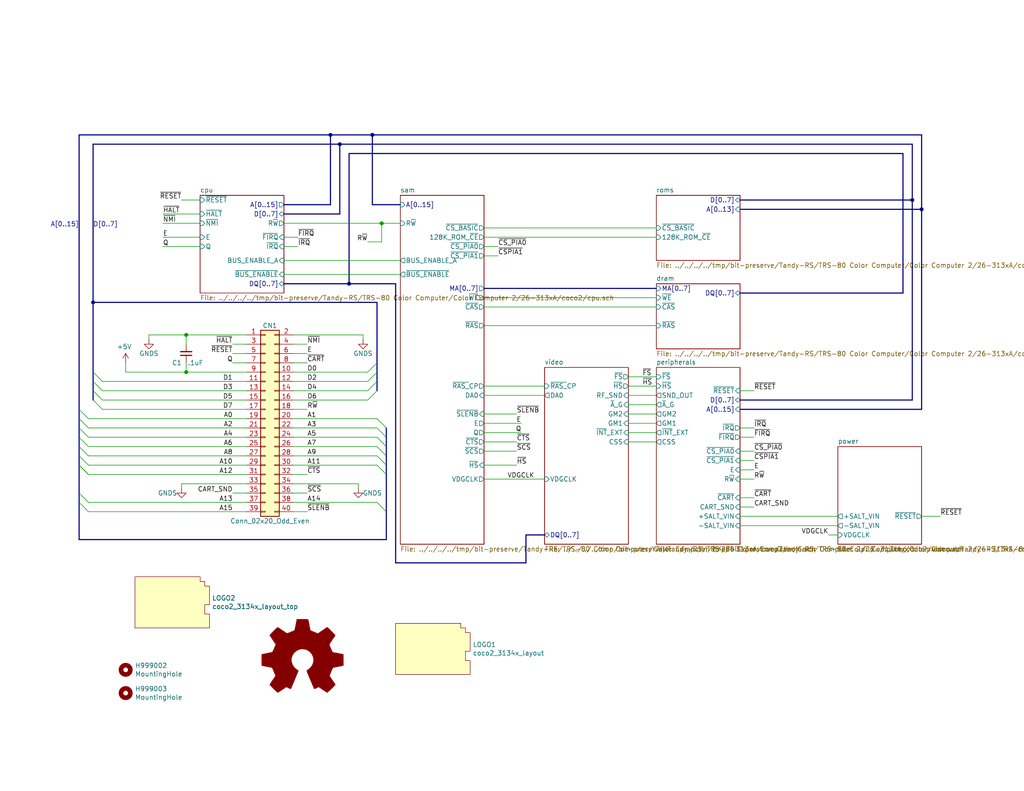
<source format=kicad_sch>
(kicad_sch (version 20230121) (generator eeschema)
  (paper "A")
  (title_block (title "TRS-80 Color Computer 2 (26-3134A & 26-3136A)") (date "2022-05-27") (rev "1.0.0") (company "Tandy Corporation") (comment 1 "Board # 20261044") (comment 3 "Based on  \"Color Computer 2 Schematic (Rev. A) (Tandy).pdf\"") (comment 4 "Kicad schematic capture by Rocky Hill"))
  (lib_symbols
    (symbol "Connector_Generic:Conn_02x20_Odd_Even" (pin_names (offset 1.016) hide)
      (property "Reference" "J" (at 1.27 25.4 0))
      (property "Value" "Conn_02x20_Odd_Even" (at 1.27 -27.94 0))
      (symbol "Conn_02x20_Odd_Even_1_1"
        (rectangle (start -1.27 -25.273) (end 0 -25.527) (stroke (width 0.1524)))
        (rectangle (start -1.27 -22.733) (end 0 -22.987) (stroke (width 0.1524)))
        (rectangle (start -1.27 -20.193) (end 0 -20.447) (stroke (width 0.1524)))
        (rectangle (start -1.27 -17.653) (end 0 -17.907) (stroke (width 0.1524)))
        (rectangle (start -1.27 -15.113) (end 0 -15.367) (stroke (width 0.1524)))
        (rectangle (start -1.27 -12.573) (end 0 -12.827) (stroke (width 0.1524)))
        (rectangle (start -1.27 -10.033) (end 0 -10.287) (stroke (width 0.1524)))
        (rectangle (start -1.27 -7.493) (end 0 -7.747) (stroke (width 0.1524)))
        (rectangle (start -1.27 -4.953) (end 0 -5.207) (stroke (width 0.1524)))
        (rectangle (start -1.27 -2.413) (end 0 -2.667) (stroke (width 0.1524)))
        (rectangle (start -1.27 0.127) (end 0 -0.127) (stroke (width 0.1524)))
        (rectangle (start -1.27 2.667) (end 0 2.413) (stroke (width 0.1524)))
        (rectangle (start -1.27 5.207) (end 0 4.953) (stroke (width 0.1524)))
        (rectangle (start -1.27 7.747) (end 0 7.493) (stroke (width 0.1524)))
        (rectangle (start -1.27 10.287) (end 0 10.033) (stroke (width 0.1524)))
        (rectangle (start -1.27 12.827) (end 0 12.573) (stroke (width 0.1524)))
        (rectangle (start -1.27 15.367) (end 0 15.113) (stroke (width 0.1524)))
        (rectangle (start -1.27 17.907) (end 0 17.653) (stroke (width 0.1524)))
        (rectangle (start -1.27 20.447) (end 0 20.193) (stroke (width 0.1524)))
        (rectangle (start -1.27 22.987) (end 0 22.733) (stroke (width 0.1524)))
        (rectangle (start -1.27 24.13) (end 3.81 -26.67) (stroke (width 0.254)) (fill (type background)))
        (rectangle (start 3.81 -25.273) (end 2.54 -25.527) (stroke (width 0.1524)))
        (rectangle (start 3.81 -22.733) (end 2.54 -22.987) (stroke (width 0.1524)))
        (rectangle (start 3.81 -20.193) (end 2.54 -20.447) (stroke (width 0.1524)))
        (rectangle (start 3.81 -17.653) (end 2.54 -17.907) (stroke (width 0.1524)))
        (rectangle (start 3.81 -15.113) (end 2.54 -15.367) (stroke (width 0.1524)))
        (rectangle (start 3.81 -12.573) (end 2.54 -12.827) (stroke (width 0.1524)))
        (rectangle (start 3.81 -10.033) (end 2.54 -10.287) (stroke (width 0.1524)))
        (rectangle (start 3.81 -7.493) (end 2.54 -7.747) (stroke (width 0.1524)))
        (rectangle (start 3.81 -4.953) (end 2.54 -5.207) (stroke (width 0.1524)))
        (rectangle (start 3.81 -2.413) (end 2.54 -2.667) (stroke (width 0.1524)))
        (rectangle (start 3.81 0.127) (end 2.54 -0.127) (stroke (width 0.1524)))
        (rectangle (start 3.81 2.667) (end 2.54 2.413) (stroke (width 0.1524)))
        (rectangle (start 3.81 5.207) (end 2.54 4.953) (stroke (width 0.1524)))
        (rectangle (start 3.81 7.747) (end 2.54 7.493) (stroke (width 0.1524)))
        (rectangle (start 3.81 10.287) (end 2.54 10.033) (stroke (width 0.1524)))
        (rectangle (start 3.81 12.827) (end 2.54 12.573) (stroke (width 0.1524)))
        (rectangle (start 3.81 15.367) (end 2.54 15.113) (stroke (width 0.1524)))
        (rectangle (start 3.81 17.907) (end 2.54 17.653) (stroke (width 0.1524)))
        (rectangle (start 3.81 20.447) (end 2.54 20.193) (stroke (width 0.1524)))
        (rectangle (start 3.81 22.987) (end 2.54 22.733) (stroke (width 0.1524)))
        (pin passive line (at -5.08 22.86 0) (length 3.81) (name "Pin_1") (number "1"))
        (pin passive line (at 7.62 12.7 180) (length 3.81) (name "Pin_10") (number "10"))
        (pin passive line (at -5.08 10.16 0) (length 3.81) (name "Pin_11") (number "11"))
        (pin passive line (at 7.62 10.16 180) (length 3.81) (name "Pin_12") (number "12"))
        (pin passive line (at -5.08 7.62 0) (length 3.81) (name "Pin_13") (number "13"))
        (pin passive line (at 7.62 7.62 180) (length 3.81) (name "Pin_14") (number "14"))
        (pin passive line (at -5.08 5.08 0) (length 3.81) (name "Pin_15") (number "15"))
        (pin passive line (at 7.62 5.08 180) (length 3.81) (name "Pin_16") (number "16"))
        (pin passive line (at -5.08 2.54 0) (length 3.81) (name "Pin_17") (number "17"))
        (pin passive line (at 7.62 2.54 180) (length 3.81) (name "Pin_18") (number "18"))
        (pin passive line (at -5.08 0 0) (length 3.81) (name "Pin_19") (number "19"))
        (pin passive line (at 7.62 22.86 180) (length 3.81) (name "Pin_2") (number "2"))
        (pin passive line (at 7.62 0 180) (length 3.81) (name "Pin_20") (number "20"))
        (pin passive line (at -5.08 -2.54 0) (length 3.81) (name "Pin_21") (number "21"))
        (pin passive line (at 7.62 -2.54 180) (length 3.81) (name "Pin_22") (number "22"))
        (pin passive line (at -5.08 -5.08 0) (length 3.81) (name "Pin_23") (number "23"))
        (pin passive line (at 7.62 -5.08 180) (length 3.81) (name "Pin_24") (number "24"))
        (pin passive line (at -5.08 -7.62 0) (length 3.81) (name "Pin_25") (number "25"))
        (pin passive line (at 7.62 -7.62 180) (length 3.81) (name "Pin_26") (number "26"))
        (pin passive line (at -5.08 -10.16 0) (length 3.81) (name "Pin_27") (number "27"))
        (pin passive line (at 7.62 -10.16 180) (length 3.81) (name "Pin_28") (number "28"))
        (pin passive line (at -5.08 -12.7 0) (length 3.81) (name "Pin_29") (number "29"))
        (pin passive line (at -5.08 20.32 0) (length 3.81) (name "Pin_3") (number "3"))
        (pin passive line (at 7.62 -12.7 180) (length 3.81) (name "Pin_30") (number "30"))
        (pin passive line (at -5.08 -15.24 0) (length 3.81) (name "Pin_31") (number "31"))
        (pin passive line (at 7.62 -15.24 180) (length 3.81) (name "Pin_32") (number "32"))
        (pin passive line (at -5.08 -17.78 0) (length 3.81) (name "Pin_33") (number "33"))
        (pin passive line (at 7.62 -17.78 180) (length 3.81) (name "Pin_34") (number "34"))
        (pin passive line (at -5.08 -20.32 0) (length 3.81) (name "Pin_35") (number "35"))
        (pin passive line (at 7.62 -20.32 180) (length 3.81) (name "Pin_36") (number "36"))
        (pin passive line (at -5.08 -22.86 0) (length 3.81) (name "Pin_37") (number "37"))
        (pin passive line (at 7.62 -22.86 180) (length 3.81) (name "Pin_38") (number "38"))
        (pin passive line (at -5.08 -25.4 0) (length 3.81) (name "Pin_39") (number "39"))
        (pin passive line (at 7.62 20.32 180) (length 3.81) (name "Pin_4") (number "4"))
        (pin passive line (at 7.62 -25.4 180) (length 3.81) (name "Pin_40") (number "40"))
        (pin passive line (at -5.08 17.78 0) (length 3.81) (name "Pin_5") (number "5"))
        (pin passive line (at 7.62 17.78 180) (length 3.81) (name "Pin_6") (number "6"))
        (pin passive line (at -5.08 15.24 0) (length 3.81) (name "Pin_7") (number "7"))
        (pin passive line (at 7.62 15.24 180) (length 3.81) (name "Pin_8") (number "8"))
        (pin passive line (at -5.08 12.7 0) (length 3.81) (name "Pin_9") (number "9"))
      )
    )
    (symbol "Device:C_Small" (pin_numbers hide) (pin_names (offset 0.254) hide)
      (property "Reference" "C" (at 0.254 1.778 0))
      (property "Value" "C_Small" (at 0.254 -2.032 0))
      (symbol "C_Small_0_1"
        (polyline (pts (xy -1.524 -0.508) (xy 1.524 -0.508)) (stroke (width 0.3302)))
        (polyline (pts (xy -1.524 0.508) (xy 1.524 0.508)) (stroke (width 0.3048)))
      )
      (symbol "C_Small_1_1"
        (pin passive line (at 0 2.54 270) (length 2.032) (name "~") (number "1"))
        (pin passive line (at 0 -2.54 90) (length 2.032) (name "~") (number "2"))
      )
    )
    (symbol "Graphic:Logo_Open_Hardware_Large" (in_bom no) (on_board no)
      (symbol "Logo_Open_Hardware_Large_1_1"
        (polyline (pts (xy 6.731 -8.7122) (xy 6.6294 -8.6614) (xy 6.35 -8.4836) (xy 5.9944 -8.255) (xy 5.5372 -7.9502) (xy 5.1054 -7.6454) (xy 4.7498 -7.4168) (xy 4.4958 -7.239) (xy 4.3942 -7.1882) (xy 4.318 -7.2136) (xy 4.1148 -7.3152) (xy 3.81 -7.4676) (xy 3.6322 -7.5692) (xy 3.3528 -7.6708) (xy 3.2258 -7.6962) (xy 3.2004 -7.6708) (xy 3.0988 -7.4676) (xy 2.9464 -7.0866) (xy 2.7178 -6.604) (xy 2.4892 -6.0452) (xy 2.2352 -5.4356) (xy 1.9558 -4.826) (xy 1.7272 -4.2164) (xy 1.4986 -3.683) (xy 1.3208 -3.2512) (xy 1.2192 -2.9464) (xy 1.1684 -2.8194) (xy 1.1938 -2.794) (xy 1.3208 -2.667) (xy 1.5748 -2.4892) (xy 2.0828 -2.0574) (xy 2.6162 -1.397) (xy 2.921 -0.6604) (xy 3.048 0.1524) (xy 2.9464 0.9144) (xy 2.6416 1.6256) (xy 2.1336 2.286) (xy 1.524 2.7686) (xy 0.8128 3.0734) (xy 0 3.175) (xy -0.762 3.0988) (xy -1.4986 2.794) (xy -2.159 2.286) (xy -2.4384 1.9812) (xy -2.8194 1.3208) (xy -3.048 0.6096) (xy -3.0734 0.4318) (xy -3.0226 -0.3556) (xy -2.794 -1.0922) (xy -2.3876 -1.7526) (xy -1.8288 -2.3114) (xy -1.7526 -2.3622) (xy -1.4732 -2.5654) (xy -1.2954 -2.6924) (xy -1.1684 -2.8194) (xy -2.159 -5.207) (xy -2.3114 -5.588) (xy -2.5908 -6.2484) (xy -2.8194 -6.8072) (xy -3.0226 -7.2644) (xy -3.1496 -7.5692) (xy -3.2258 -7.6708) (xy -3.2258 -7.6962) (xy -3.302 -7.6962) (xy -3.4798 -7.6454) (xy -3.8354 -7.4676) (xy -4.0386 -7.366) (xy -4.2926 -7.239) (xy -4.4196 -7.1882) (xy -4.5212 -7.239) (xy -4.7498 -7.3914) (xy -5.1054 -7.6454) (xy -5.5372 -7.9248) (xy -5.9436 -8.2042) (xy -6.3246 -8.4582) (xy -6.604 -8.636) (xy -6.731 -8.7122) (xy -6.7564 -8.7122) (xy -6.858 -8.636) (xy -7.0866 -8.4582) (xy -7.4168 -8.1534) (xy -7.874 -7.6962) (xy -7.9502 -7.62) (xy -8.3312 -7.239) (xy -8.636 -6.9088) (xy -8.8392 -6.6802) (xy -8.9154 -6.5786) (xy -8.9154 -6.5786) (xy -8.8392 -6.4516) (xy -8.6614 -6.1722) (xy -8.4328 -5.7912) (xy -8.128 -5.3594) (xy -7.3152 -4.191) (xy -7.7724 -3.0988) (xy -7.8994 -2.7686) (xy -8.0772 -2.3622) (xy -8.2042 -2.0828) (xy -8.255 -1.9558) (xy -8.382 -1.905) (xy -8.6614 -1.8542) (xy -9.0932 -1.7526) (xy -9.6266 -1.651) (xy -10.1092 -1.5748) (xy -10.541 -1.4732) (xy -10.8712 -1.4224) (xy -11.0236 -1.397) (xy -11.049 -1.3716) (xy -11.0744 -1.2954) (xy -11.0998 -1.143) (xy -11.0998 -0.889) (xy -11.1252 -0.4572) (xy -11.1252 0.1524) (xy -11.1252 0.2286) (xy -11.0998 0.8128) (xy -11.0998 1.27) (xy -11.0744 1.5494) (xy -11.0744 1.6764) (xy -11.0744 1.6764) (xy -10.922 1.7018) (xy -10.6172 1.778) (xy -10.16 1.8542) (xy -9.652 1.9558) (xy -9.6012 1.9812) (xy -9.0932 2.0828) (xy -8.636 2.159) (xy -8.3312 2.2352) (xy -8.2042 2.286) (xy -8.1788 2.3114) (xy -8.0772 2.5146) (xy -7.9248 2.8448) (xy -7.747 3.2512) (xy -7.5692 3.6576) (xy -7.4168 4.0386) (xy -7.3152 4.318) (xy -7.2898 4.445) (xy -7.2898 4.445) (xy -7.366 4.572) (xy -7.5438 4.826) (xy -7.7978 5.207) (xy -8.128 5.6642) (xy -8.128 5.6896) (xy -8.4328 6.1468) (xy -8.6868 6.5278) (xy -8.8392 6.7818) (xy -8.9154 6.9088) (xy -8.9154 6.9088) (xy -8.8138 7.0358) (xy -8.5852 7.2898) (xy -8.255 7.6454) (xy -7.874 8.0264) (xy -7.747 8.1534) (xy -7.3152 8.5852) (xy -7.0104 8.8646) (xy -6.8326 8.9916) (xy -6.731 9.0424) (xy -6.731 9.0424) (xy -6.604 8.9408) (xy -6.3246 8.763) (xy -5.9436 8.509) (xy -5.4864 8.2042) (xy -5.461 8.1788) (xy -5.0038 7.874) (xy -4.6482 7.62) (xy -4.3688 7.4422) (xy -4.2672 7.3914) (xy -4.2418 7.3914) (xy -4.064 7.4422) (xy -3.7338 7.5438) (xy -3.3528 7.6962) (xy -2.9464 7.874) (xy -2.5654 8.0264) (xy -2.286 8.1534) (xy -2.159 8.2296) (xy -2.159 8.2296) (xy -2.1082 8.382) (xy -2.032 8.7122) (xy -1.9304 9.1694) (xy -1.8288 9.7282) (xy -1.8034 9.8044) (xy -1.7018 10.3378) (xy -1.6256 10.7696) (xy -1.5748 11.0744) (xy -1.524 11.2014) (xy -1.4478 11.2268) (xy -1.1938 11.2522) (xy -0.8128 11.2522) (xy -0.3302 11.2522) (xy 0.1524 11.2522) (xy 0.6604 11.2522) (xy 1.0668 11.2268) (xy 1.3716 11.2014) (xy 1.4986 11.176) (xy 1.4986 11.176) (xy 1.5494 11.0236) (xy 1.6256 10.6934) (xy 1.7018 10.2108) (xy 1.8288 9.6774) (xy 1.8288 9.5758) (xy 1.9304 9.0424) (xy 2.032 8.6106) (xy 2.0828 8.3058) (xy 2.1336 8.2042) (xy 2.159 8.1788) (xy 2.3876 8.0772) (xy 2.7432 7.9248) (xy 3.175 7.747) (xy 4.191 7.3406) (xy 5.461 8.2042) (xy 5.5626 8.2804) (xy 6.0198 8.5852) (xy 6.3754 8.8392) (xy 6.6294 8.9916) (xy 6.7564 9.0424) (xy 6.7564 9.0424) (xy 6.8834 8.9408) (xy 7.1374 8.7122) (xy 7.4676 8.382) (xy 7.8486 7.9756) (xy 8.1534 7.6962) (xy 8.4836 7.3406) (xy 8.7122 7.112) (xy 8.8392 6.9596) (xy 8.8646 6.858) (xy 8.8646 6.8072) (xy 8.7884 6.6802) (xy 8.6106 6.4008) (xy 8.3312 6.0198) (xy 8.0264 5.588) (xy 7.7978 5.207) (xy 7.5184 4.8006) (xy 7.3406 4.4958) (xy 7.2898 4.3434) (xy 7.2898 4.2926) (xy 7.3914 4.0386) (xy 7.5184 3.683) (xy 7.7216 3.2258) (xy 8.1534 2.2352) (xy 8.7884 2.1082) (xy 9.1948 2.0574) (xy 9.7536 1.9304) (xy 10.2616 1.8288) (xy 11.0998 1.6764) (xy 11.1252 -1.3208) (xy 10.9982 -1.3716) (xy 10.8712 -1.397) (xy 10.5664 -1.4732) (xy 10.1346 -1.5494) (xy 9.6266 -1.651) (xy 9.1948 -1.7272) (xy 8.7376 -1.8288) (xy 8.4328 -1.8796) (xy 8.2804 -1.905) (xy 8.255 -1.9558) (xy 8.1534 -2.159) (xy 7.9756 -2.5146) (xy 7.8232 -2.921) (xy 7.6454 -3.3274) (xy 7.493 -3.7338) (xy 7.366 -4.0132) (xy 7.3406 -4.191) (xy 7.3914 -4.2926) (xy 7.5692 -4.5466) (xy 7.7978 -4.9276) (xy 8.1026 -5.3594) (xy 8.4074 -5.7912) (xy 8.6614 -6.1722) (xy 8.8138 -6.4262) (xy 8.89 -6.5532) (xy 8.8646 -6.6548) (xy 8.6868 -6.858) (xy 8.3566 -7.1882) (xy 7.874 -7.6708) (xy 7.7978 -7.747) (xy 7.3914 -8.128) (xy 7.0612 -8.4328) (xy 6.8326 -8.636) (xy 6.731 -8.7122)) (fill (type outline)))
      )
    )
    (symbol "Mechanical:MountingHole" (pin_names (offset 1.016))
      (property "Reference" "H" (at 0 5.08 0))
      (property "Value" "MountingHole" (at 0 3.175 0))
      (symbol "MountingHole_0_1"
        (circle (center 0 0) (radius 1.27) (stroke (width 1.27)))
      )
    )
    (symbol "coco2:coco2_3134x_layout" (pin_names (offset 1.016))
      (property "Reference" "LOGO" (at -3.81 -6.35 0))
      (property "Value" "coco2_3134x_layout" (at -2.54 -13.97 0))
      (symbol "coco2_3134x_layout_0_1"
        (polyline (pts (xy -10.16 -8.89) (xy 5.08 -8.89) (xy 5.08 -10.16) (xy 6.35 -10.16) (xy 6.35 -11.43) (xy 7.62 -11.43) (xy 7.62 -16.51) (xy 6.35 -16.51) (xy 6.35 -19.05) (xy 7.62 -19.05) (xy 7.62 -22.86) (xy -12.7 -22.86) (xy -12.7 -8.89) (xy -10.16 -8.89)) (fill (type background)))
      )
    )
    (symbol "coco2:coco2_3134x_layout_top" (pin_names (offset 1.016))
      (property "Reference" "LOGO" (at -3.81 -6.35 0))
      (property "Value" "coco2_3134x_layout_top" (at -2.54 -13.97 0))
      (symbol "coco2_3134x_layout_top_0_1"
        (polyline (pts (xy -10.16 -8.89) (xy 5.08 -8.89) (xy 5.08 -10.16) (xy 6.35 -10.16) (xy 6.35 -11.43) (xy 7.62 -11.43) (xy 7.62 -16.51) (xy 6.35 -16.51) (xy 6.35 -19.05) (xy 7.62 -19.05) (xy 7.62 -22.86) (xy -12.7 -22.86) (xy -12.7 -8.89) (xy -10.16 -8.89)) (fill (type background)))
      )
    )
    (symbol "power:+5V" (power) (pin_names (offset 0))
      (property "Value" "+5V" (at 0 3.556 0))
      (symbol "+5V_0_1"
        (polyline (pts (xy -0.762 1.27) (xy 0 2.54)))
        (polyline (pts (xy 0 0) (xy 0 2.54)))
        (polyline (pts (xy 0 2.54) (xy 0.762 1.27)))
      )
      (symbol "+5V_1_1"
        (pin power_in line (at 0 0 90) (length 0) hide (name "+5V") (number "1"))
      )
    )
    (symbol "power:GNDS" (power) (pin_names (offset 0))
      (property "Value" "GNDS" (at 0 -3.81 0))
      (symbol "GNDS_0_1"
        (polyline (pts (xy 0 0) (xy 0 -1.27) (xy 1.27 -1.27) (xy 0 -2.54) (xy -1.27 -1.27) (xy 0 -1.27)))
      )
      (symbol "GNDS_1_1"
        (pin power_in line (at 0 0 270) (length 0) hide (name "GNDS") (number "1"))
      )
    )
  )
  (junction (at 50.8 91.44))
  (junction (at 50.8 101.6))
  (junction (at 104.14 60.96))
  (junction (at 251.46 57.15))
  (junction (at 92.71 39.37))
  (junction (at 90.17 36.83))
  (junction (at 248.92 54.61))
  (junction (at 101.6 36.83))
  (junction (at 95.25 77.47))
  (junction (at 25.4 82.55))
  (bus_entry (at 21.59 111.76) (size 2.54 2.54))
  (bus_entry (at 21.59 114.3) (size 2.54 2.54))
  (bus_entry (at 102.87 114.3) (size 2.54 2.54))
  (bus_entry (at 21.59 134.62) (size 2.54 2.54))
  (bus_entry (at 27.94 104.14) (size -2.54 -2.54))
  (bus_entry (at 21.59 137.16) (size 2.54 2.54))
  (bus_entry (at 27.94 106.68) (size -2.54 -2.54))
  (bus_entry (at 21.59 116.84) (size 2.54 2.54))
  (bus_entry (at 21.59 121.92) (size 2.54 2.54))
  (bus_entry (at 102.87 116.84) (size 2.54 2.54))
  (bus_entry (at 21.59 119.38) (size 2.54 2.54))
  (bus_entry (at 102.87 127) (size 2.54 2.54))
  (bus_entry (at 21.59 124.46) (size 2.54 2.54))
  (bus_entry (at 21.59 127) (size 2.54 2.54))
  (bus_entry (at 100.33 101.6) (size 2.54 -2.54))
  (bus_entry (at 102.87 124.46) (size 2.54 2.54))
  (bus_entry (at 100.33 104.14) (size 2.54 -2.54))
  (bus_entry (at 100.33 106.68) (size 2.54 -2.54))
  (bus_entry (at 102.87 119.38) (size 2.54 2.54))
  (bus_entry (at 21.59 127) (size 2.54 2.54))
  (bus_entry (at 27.94 111.76) (size -2.54 -2.54))
  (bus_entry (at 102.87 137.16) (size 2.54 2.54))
  (bus_entry (at 100.33 109.22) (size 2.54 -2.54))
  (bus_entry (at 102.87 121.92) (size 2.54 2.54))
  (bus_entry (at 27.94 109.22) (size -2.54 -2.54))
  (wire (pts (xy 80.01 101.6) (xy 100.33 101.6)))
  (bus (pts (xy 21.59 116.84) (xy 21.59 119.38)))
  (wire (pts (xy 132.08 62.23) (xy 179.07 62.23)))
  (wire (pts (xy 179.07 118.11) (xy 171.45 118.11)))
  (wire (pts (xy 50.8 99.06) (xy 50.8 101.6)))
  (wire (pts (xy 34.29 101.6) (xy 50.8 101.6)))
  (wire (pts (xy 251.46 140.97) (xy 256.54 140.97)))
  (wire (pts (xy 201.93 116.84) (xy 205.74 116.84)))
  (bus (pts (xy 92.71 39.37) (xy 248.92 39.37)))
  (bus (pts (xy 95.25 77.47) (xy 95.25 41.91)))
  (wire (pts (xy 80.01 134.62) (xy 83.82 134.62)))
  (bus (pts (xy 25.4 39.37) (xy 25.4 82.55)))
  (bus (pts (xy 105.41 129.54) (xy 105.41 139.7)))
  (bus (pts (xy 25.4 101.6) (xy 25.4 104.14)))
  (wire (pts (xy 132.08 130.81) (xy 148.59 130.81)))
  (wire (pts (xy 205.74 125.73) (xy 201.93 125.73)))
  (bus (pts (xy 77.47 55.88) (xy 90.17 55.88)))
  (bus (pts (xy 21.59 121.92) (xy 21.59 124.46)))
  (bus (pts (xy 107.95 77.47) (xy 107.95 153.67)))
  (bus (pts (xy 201.93 57.15) (xy 251.46 57.15)))
  (bus (pts (xy 251.46 57.15) (xy 251.46 111.76)))
  (bus (pts (xy 102.87 104.14) (xy 102.87 106.68)))
  (bus (pts (xy 148.59 146.05) (xy 143.51 146.05)))
  (wire (pts (xy 44.45 67.31) (xy 54.61 67.31)))
  (bus (pts (xy 25.4 39.37) (xy 92.71 39.37)))
  (bus (pts (xy 107.95 153.67) (xy 143.51 153.67)))
  (bus (pts (xy 105.41 124.46) (xy 105.41 127)))
  (bus (pts (xy 248.92 39.37) (xy 248.92 54.61)))
  (bus (pts (xy 92.71 39.37) (xy 92.71 58.42)))
  (wire (pts (xy 171.45 115.57) (xy 179.07 115.57)))
  (wire (pts (xy 54.61 58.42) (xy 44.45 58.42)))
  (wire (pts (xy 67.31 99.06) (xy 63.5 99.06)))
  (bus (pts (xy 102.87 99.06) (xy 102.87 101.6)))
  (bus (pts (xy 201.93 111.76) (xy 251.46 111.76)))
  (bus (pts (xy 105.41 121.92) (xy 105.41 124.46)))
  (wire (pts (xy 67.31 116.84) (xy 24.13 116.84)))
  (bus (pts (xy 21.59 137.16) (xy 21.59 147.32)))
  (bus (pts (xy 21.59 114.3) (xy 21.59 116.84)))
  (bus (pts (xy 101.6 36.83) (xy 251.46 36.83)))
  (bus (pts (xy 201.93 109.22) (xy 248.92 109.22)))
  (bus (pts (xy 105.41 116.84) (xy 105.41 119.38)))
  (bus (pts (xy 102.87 101.6) (xy 102.87 104.14)))
  (wire (pts (xy 80.01 132.08) (xy 97.79 132.08)))
  (bus (pts (xy 90.17 36.83) (xy 90.17 55.88)))
  (wire (pts (xy 80.01 106.68) (xy 100.33 106.68)))
  (wire (pts (xy 171.45 120.65) (xy 179.07 120.65)))
  (wire (pts (xy 97.79 133.35) (xy 97.79 132.08)))
  (bus (pts (xy 102.87 82.55) (xy 25.4 82.55)))
  (bus (pts (xy 105.41 127) (xy 105.41 129.54)))
  (wire (pts (xy 49.53 132.08) (xy 67.31 132.08)))
  (wire (pts (xy 80.01 109.22) (xy 100.33 109.22)))
  (wire (pts (xy 140.97 113.03) (xy 132.08 113.03)))
  (wire (pts (xy 135.89 69.85) (xy 132.08 69.85)))
  (wire (pts (xy 140.97 120.65) (xy 132.08 120.65)))
  (bus (pts (xy 25.4 82.55) (xy 25.4 101.6)))
  (wire (pts (xy 109.22 74.93) (xy 77.47 74.93)))
  (wire (pts (xy 205.74 119.38) (xy 201.93 119.38)))
  (wire (pts (xy 40.64 91.44) (xy 40.64 92.71)))
  (wire (pts (xy 104.14 66.04) (xy 104.14 60.96)))
  (bus (pts (xy 25.4 106.68) (xy 25.4 109.22)))
  (wire (pts (xy 132.08 81.28) (xy 179.07 81.28)))
  (wire (pts (xy 77.47 67.31) (xy 81.28 67.31)))
  (wire (pts (xy 67.31 134.62) (xy 63.5 134.62)))
  (bus (pts (xy 21.59 119.38) (xy 21.59 121.92)))
  (wire (pts (xy 77.47 71.12) (xy 109.22 71.12)))
  (bus (pts (xy 201.93 54.61) (xy 248.92 54.61)))
  (wire (pts (xy 179.07 107.95) (xy 171.45 107.95)))
  (wire (pts (xy 27.94 104.14) (xy 67.31 104.14)))
  (wire (pts (xy 80.01 93.98) (xy 83.82 93.98)))
  (bus (pts (xy 77.47 77.47) (xy 95.25 77.47)))
  (wire (pts (xy 80.01 129.54) (xy 83.82 129.54)))
  (wire (pts (xy 67.31 96.52) (xy 63.5 96.52)))
  (bus (pts (xy 248.92 54.61) (xy 248.92 109.22)))
  (bus (pts (xy 90.17 36.83) (xy 101.6 36.83)))
  (wire (pts (xy 228.6 146.05) (xy 226.06 146.05)))
  (wire (pts (xy 83.82 111.76) (xy 80.01 111.76)))
  (bus (pts (xy 21.59 111.76) (xy 21.59 114.3)))
  (wire (pts (xy 24.13 129.54) (xy 67.31 129.54)))
  (bus (pts (xy 251.46 36.83) (xy 251.46 57.15)))
  (wire (pts (xy 99.06 92.71) (xy 99.06 91.44)))
  (wire (pts (xy 67.31 93.98) (xy 63.5 93.98)))
  (bus (pts (xy 246.38 41.91) (xy 246.38 80.01)))
  (wire (pts (xy 67.31 121.92) (xy 24.13 121.92)))
  (wire (pts (xy 40.64 91.44) (xy 50.8 91.44)))
  (wire (pts (xy 132.08 64.77) (xy 179.07 64.77)))
  (wire (pts (xy 27.94 109.22) (xy 67.31 109.22)))
  (wire (pts (xy 201.93 106.68) (xy 205.74 106.68)))
  (wire (pts (xy 80.01 116.84) (xy 102.87 116.84)))
  (wire (pts (xy 102.87 137.16) (xy 80.01 137.16)))
  (wire (pts (xy 205.74 130.81) (xy 201.93 130.81)))
  (wire (pts (xy 67.31 127) (xy 24.13 127)))
  (wire (pts (xy 80.01 91.44) (xy 99.06 91.44)))
  (wire (pts (xy 179.07 113.03) (xy 171.45 113.03)))
  (wire (pts (xy 80.01 127) (xy 102.87 127)))
  (bus (pts (xy 77.47 58.42) (xy 92.71 58.42)))
  (wire (pts (xy 67.31 137.16) (xy 24.13 137.16)))
  (wire (pts (xy 171.45 110.49) (xy 179.07 110.49)))
  (wire (pts (xy 201.93 140.97) (xy 228.6 140.97)))
  (wire (pts (xy 49.53 132.08) (xy 49.53 133.35)))
  (wire (pts (xy 171.45 105.41) (xy 179.07 105.41)))
  (wire (pts (xy 27.94 106.68) (xy 67.31 106.68)))
  (bus (pts (xy 143.51 153.67) (xy 143.51 146.05)))
  (wire (pts (xy 27.94 111.76) (xy 67.31 111.76)))
  (wire (pts (xy 34.29 101.6) (xy 34.29 99.06)))
  (bus (pts (xy 21.59 134.62) (xy 21.59 137.16)))
  (wire (pts (xy 132.08 88.9) (xy 179.07 88.9)))
  (wire (pts (xy 205.74 138.43) (xy 201.93 138.43)))
  (wire (pts (xy 24.13 119.38) (xy 67.31 119.38)))
  (bus (pts (xy 95.25 77.47) (xy 107.95 77.47)))
  (bus (pts (xy 105.41 119.38) (xy 105.41 121.92)))
  (wire (pts (xy 44.45 60.96) (xy 54.61 60.96)))
  (wire (pts (xy 102.87 114.3) (xy 80.01 114.3)))
  (wire (pts (xy 132.08 105.41) (xy 148.59 105.41)))
  (wire (pts (xy 104.14 60.96) (xy 109.22 60.96)))
  (wire (pts (xy 102.87 124.46) (xy 80.01 124.46)))
  (wire (pts (xy 201.93 123.19) (xy 205.74 123.19)))
  (bus (pts (xy 109.22 55.88) (xy 101.6 55.88)))
  (wire (pts (xy 132.08 127) (xy 140.97 127)))
  (wire (pts (xy 80.01 121.92) (xy 102.87 121.92)))
  (wire (pts (xy 179.07 102.87) (xy 171.45 102.87)))
  (wire (pts (xy 80.01 104.14) (xy 100.33 104.14)))
  (wire (pts (xy 132.08 123.19) (xy 140.97 123.19)))
  (wire (pts (xy 50.8 93.98) (xy 50.8 91.44)))
  (wire (pts (xy 81.28 64.77) (xy 77.47 64.77)))
  (wire (pts (xy 80.01 96.52) (xy 83.82 96.52)))
  (bus (pts (xy 132.08 78.74) (xy 179.07 78.74)))
  (wire (pts (xy 50.8 91.44) (xy 67.31 91.44)))
  (bus (pts (xy 101.6 55.88) (xy 101.6 36.83)))
  (wire (pts (xy 54.61 54.61) (xy 49.53 54.61)))
  (wire (pts (xy 80.01 99.06) (xy 83.82 99.06)))
  (wire (pts (xy 24.13 124.46) (xy 67.31 124.46)))
  (wire (pts (xy 228.6 143.51) (xy 201.93 143.51)))
  (bus (pts (xy 25.4 104.14) (xy 25.4 106.68)))
  (wire (pts (xy 148.59 107.95) (xy 132.08 107.95)))
  (wire (pts (xy 132.08 115.57) (xy 142.24 115.57)))
  (wire (pts (xy 77.47 60.96) (xy 104.14 60.96)))
  (bus (pts (xy 246.38 80.01) (xy 201.93 80.01)))
  (bus (pts (xy 21.59 147.32) (xy 105.41 147.32)))
  (wire (pts (xy 24.13 139.7) (xy 67.31 139.7)))
  (wire (pts (xy 102.87 119.38) (xy 80.01 119.38)))
  (wire (pts (xy 100.33 66.04) (xy 104.14 66.04)))
  (bus (pts (xy 95.25 41.91) (xy 246.38 41.91)))
  (bus (pts (xy 21.59 124.46) (xy 21.59 127)))
  (wire (pts (xy 80.01 139.7) (xy 83.82 139.7)))
  (bus (pts (xy 21.59 36.83) (xy 21.59 111.76)))
  (wire (pts (xy 132.08 67.31) (xy 135.89 67.31)))
  (wire (pts (xy 24.13 114.3) (xy 67.31 114.3)))
  (wire (pts (xy 142.24 118.11) (xy 132.08 118.11)))
  (wire (pts (xy 201.93 128.27) (xy 205.74 128.27)))
  (bus (pts (xy 21.59 127) (xy 21.59 134.62)))
  (wire (pts (xy 50.8 101.6) (xy 67.31 101.6)))
  (wire (pts (xy 54.61 64.77) (xy 44.45 64.77)))
  (wire (pts (xy 205.74 135.89) (xy 201.93 135.89)))
  (wire (pts (xy 132.08 83.82) (xy 179.07 83.82)))
  (bus (pts (xy 102.87 82.55) (xy 102.87 99.06)))
  (bus (pts (xy 21.59 36.83) (xy 90.17 36.83)))
  (bus (pts (xy 105.41 139.7) (xy 105.41 147.32)))
  (label "A12" (at 63.5 129.54 180))
  (label "R~{W}" (at 205.74 130.81 0))
  (label "D7" (at 63.5 111.76 180))
  (label "~{CS_PIA0}" (at 135.89 67.31 0))
  (label "~{SLENB}" (at 140.97 113.03 0))
  (label "A6" (at 63.5 121.92 180))
  (label "~{NMI}" (at 44.45 60.96 0))
  (label "~{SLENB}" (at 83.82 139.7 0))
  (label "~{CTS}" (at 140.97 120.65 0))
  (label "A15" (at 63.5 139.7 180))
  (label "A11" (at 83.82 127 0))
  (label "A14" (at 83.82 137.16 0))
  (label "E" (at 142.24 115.57 180))
  (label "D0" (at 83.82 101.6 0))
  (label "CART_SND" (at 205.74 138.43 0))
  (label "VDGCLK" (at 138.43 130.81 0))
  (label "~{HALT}" (at 63.5 93.98 180))
  (label "Q" (at 44.45 67.31 0))
  (label "~{NMI}" (at 83.82 93.98 0))
  (label "R~{W}" (at 100.33 66.04 180))
  (label "A8" (at 63.5 124.46 180))
  (label "D5" (at 63.5 109.22 180))
  (label "~{FIRQ}" (at 81.28 64.77 0))
  (label "~{CART}" (at 83.82 99.06 0))
  (label "~{CART}" (at 205.74 135.89 0))
  (label "~{CSPIA1}" (at 205.74 125.73 0))
  (label "D4" (at 83.82 106.68 0))
  (label "CART_SND" (at 63.5 134.62 180))
  (label "A7" (at 83.82 121.92 0))
  (label "~{HS}" (at 175.26 105.41 0))
  (label "A1" (at 83.82 114.3 0))
  (label "Q" (at 63.5 99.06 180))
  (label "A13" (at 63.5 137.16 180))
  (label "A10" (at 63.5 127 180))
  (label "~{SCS}" (at 83.82 134.62 0))
  (label "A4" (at 63.5 119.38 180))
  (label "Q" (at 142.24 118.11 180))
  (label "~{SCS}" (at 140.97 123.19 0))
  (label "~{HS}" (at 140.97 127 0))
  (label "A9" (at 83.82 124.46 0))
  (label "~{FS}" (at 175.26 102.87 0))
  (label "~{CS_PIA0}" (at 205.74 123.19 0))
  (label "VDGCLK" (at 226.06 146.05 180))
  (label "A[0..15]" (at 21.59 62.23 180))
  (label "R~{W}" (at 83.82 111.76 0))
  (label "D6" (at 83.82 109.22 0))
  (label "E" (at 44.45 64.77 0))
  (label "~{RESET}" (at 49.53 54.61 180))
  (label "D1" (at 63.5 104.14 180))
  (label "~{CTS}" (at 83.82 129.54 0))
  (label "D2" (at 83.82 104.14 0))
  (label "A3" (at 83.82 116.84 0))
  (label "~{IRQ}" (at 81.28 67.31 0))
  (label "D3" (at 63.5 106.68 180))
  (label "~{HALT}" (at 44.45 58.42 0))
  (label "~{RESET}" (at 205.74 106.68 0))
  (label "~{CSPIA1}" (at 135.89 69.85 0))
  (label "~{IRQ}" (at 205.74 116.84 0))
  (label "A0" (at 63.5 114.3 180))
  (label "A2" (at 63.5 116.84 180))
  (label "E" (at 83.82 96.52 0))
  (label "~{RESET}" (at 256.54 140.97 0))
  (label "~{RESET}" (at 63.5 96.52 180))
  (label "D[0..7]" (at 25.4 62.23 0))
  (label "A5" (at 83.82 119.38 0))
  (label "E" (at 205.74 128.27 0))
  (label "~{FIRQ}" (at 205.74 119.38 0))
  (symbol (lib_id "Graphic:Logo_Open_Hardware_Large") (at 82.55 180.34 0) (unit 1)
    (property "Reference" "LOGO3" (effects hide))
    (property "Value" "Logo_Open_Hardware_Large" (effects hide))
    (property "Footprint" "coco2:OSHW-Logo2_7.3x6mm_SilkScreen" (effects hide))
  )
  (symbol (lib_id "Connector_Generic:Conn_02x20_Odd_Even") (at 72.39 114.3 0) (unit 1)
    (property "Reference" "CN1" (at 73.66 88.9 0))
    (property "Value" "Conn_02x20_Odd_Even" (at 73.66 142.24 0))
    (property "Footprint" "coco2:EBC20DRAS" (effects hide))
    (property "Datasheet" "https://s3.amazonaws.com/catalogspreads-pdf/PAGE50-51%20.100%20LP%20DS%20EYE%20RA.pdf" (effects hide))
    (property "Vendor" "digikey" (effects hide))
    (property "Vendor part#" "S9672-ND" (effects hide))
    (property "Manufacturer part#" "EBC20DRAS" (effects hide))
  )
  (symbol (lib_id "power:+5V") (at 34.29 99.06 0) (mirror y) (unit 1)
    (property "Reference" "#PWR0999003" (effects hide))
    (property "Value" "+5V" (at 33.909 94.6658 0))
  )
  (symbol (lib_id "Device:C_Small") (at 50.8 96.52 180) (unit 1)
    (property "Reference" "C1" (at 48.26 99.06 0))
    (property "Value" ".1uF" (at 53.34 99.06 0))
    (property "Footprint" "Capacitor_THT:C_Disc_D4.7mm_W2.5mm_P5.00mm" (effects hide))
    (property "Datasheet" " https://search.murata.co.jp/Ceramy/image/img/A01X/G101/ENG/RDE_X7R_250V-1kV_E.pdf" (effects hide))
    (property "Vendor" "digikey" (effects hide))
    (property "Vendor part#" "490-8814-ND" (effects hide))
    (property "Manufacturer part#" "RDER71H104K0K1H03B" (effects hide))
  )
  (symbol (lib_id "power:GNDS") (at 49.53 133.35 0) (unit 1)
    (property "Reference" "#PWR0999004" (effects hide))
    (property "Value" "GNDS" (at 45.72 134.62 0))
  )
  (symbol (lib_id "power:GNDS") (at 97.79 133.35 0) (mirror y) (unit 1)
    (property "Reference" "#PWR0999005" (effects hide))
    (property "Value" "GNDS" (at 101.6 134.62 0))
  )
  (symbol (lib_id "power:GNDS") (at 99.06 92.71 0) (mirror y) (unit 1)
    (property "Reference" "#PWR0999002" (effects hide))
    (property "Value" "GNDS" (at 99.06 96.52 0))
  )
  (symbol (lib_id "power:GNDS") (at 40.64 92.71 0) (unit 1)
    (property "Reference" "#PWR0999001" (effects hide))
    (property "Value" "GNDS" (at 40.64 96.52 0))
  )
  (symbol (lib_id "Mechanical:MountingHole") (at 34.29 182.88 0) (unit 1)
    (property "Reference" "H999002" (at 36.83 181.7116 0) (effects (justify left)))
    (property "Value" "MountingHole" (at 36.83 184.023 0) (effects (justify left)))
    (property "Footprint" "MountingHole:MountingHole_4mm" (effects hide))
  )
  (symbol (lib_id "Mechanical:MountingHole") (at 34.29 189.23 0) (unit 1)
    (property "Reference" "H999003" (at 36.83 188.0616 0) (effects (justify left)))
    (property "Value" "MountingHole" (at 36.83 190.373 0) (effects (justify left)))
    (property "Footprint" "MountingHole:MountingHole_4mm" (effects hide))
  )
  (symbol (lib_id "coco2:coco2_3134x_layout_top") (at 49.53 148.59 0) (unit 1)
    (property "Reference" "LOGO2" (at 57.8612 163.2966 0) (effects (justify left)))
    (property "Value" "coco2_3134x_layout_top" (at 57.8612 165.608 0) (effects (justify left)))
    (property "Footprint" "coco2:coco2_3134A_layout_top" (effects hide))
  )
  (symbol (lib_id "coco2:coco2_3134x_layout") (at 120.65 161.29 0) (unit 1)
    (property "Reference" "LOGO1" (at 128.9812 175.9966 0) (effects (justify left)))
    (property "Value" "coco2_3134x_layout" (at 128.9812 178.308 0) (effects (justify left)))
    (property "Footprint" "coco2:coco2_3134A_layout" (effects hide))
  )
  (sheet (at 54.61 53.34) (size 22.86 26.67)
    (property "Sheetname" "cpu" (at 54.61 52.6284 0) (effects (justify left bottom)))
    (property "Sheetfile" "../../../../tmp/bit-preserve/Tandy-RS/TRS-80 Color Computer/Color Computer 2/26-313xA/coco2/cpu.sch" (at 54.61 80.5946 0) (effects (justify left top)))
    (pin "~{NMI}" input (at 54.61 60.96 180))
    (pin "~{IRQ}" input (at 77.47 67.31 0))
    (pin "~{FIRQ}" input (at 77.47 64.77 0))
    (pin "~{HALT}" input (at 54.61 58.42 180))
    (pin "R~{W}" output (at 77.47 60.96 0))
    (pin "~{RESET}" input (at 54.61 54.61 180))
    (pin "E" input (at 54.61 64.77 180))
    (pin "Q" input (at 54.61 67.31 180))
    (pin "A[0..15]" output (at 77.47 55.88 0))
    (pin "D[0..7]" bidirectional (at 77.47 58.42 0))
    (pin "DQ[0..7]" bidirectional (at 77.47 77.47 0))
    (pin "BUS_ENABLE_A" input (at 77.47 71.12 0))
    (pin "~{BUS_ENABLE}" input (at 77.47 74.93 0))
  )
  (sheet (at 228.6 121.92) (size 22.86 26.67)
    (property "Sheetname" "power" (at 228.6 121.2084 0) (effects (justify left bottom)))
    (property "Sheetfile" "../../../../tmp/bit-preserve/Tandy-RS/TRS-80 Color Computer/Color Computer 2/26-313xA/coco2/power.sch" (at 228.6 149.1746 0) (effects (justify left top)))
    (pin "VDGCLK" input (at 228.6 146.05 180))
    (pin "~{RESET}" output (at 251.46 140.97 0))
    (pin "-SALT_VIN" output (at 228.6 143.51 180))
    (pin "+SALT_VIN" output (at 228.6 140.97 180))
  )
  (sheet (at 179.07 53.34) (size 22.86 17.78)
    (property "Sheetname" "roms" (at 179.07 52.6284 0) (effects (justify left bottom)))
    (property "Sheetfile" "../../../../tmp/bit-preserve/Tandy-RS/TRS-80 Color Computer/Color Computer 2/26-313xA/coco2/roms.sch" (at 179.07 71.7046 0) (effects (justify left top)))
    (pin "D[0..7]" bidirectional (at 201.93 54.61 0))
    (pin "~{CS_BASIC}" input (at 179.07 62.23 180))
    (pin "A[0..13]" input (at 201.93 57.15 0))
    (pin "128K_ROM_~{CE}" input (at 179.07 64.77 180))
  )
  (sheet (at 179.07 100.33) (size 22.86 48.26)
    (property "Sheetname" "peripherals" (at 179.07 99.6184 0) (effects (justify left bottom)))
    (property "Sheetfile" "../../../../tmp/bit-preserve/Tandy-RS/TRS-80 Color Computer/Color Computer 2/26-313xA/coco2/peripherals.sch" (at 179.07 149.1746 0) (effects (justify left top)))
    (pin "-SALT_VIN" input (at 201.93 143.51 0))
    (pin "+SALT_VIN" input (at 201.93 140.97 0))
    (pin "D[0..7]" bidirectional (at 201.93 109.22 0))
    (pin "R~{W}" input (at 201.93 130.81 0))
    (pin "~{IRQ}" output (at 201.93 116.84 0))
    (pin "~{RESET}" input (at 201.93 106.68 0))
    (pin "E" input (at 201.93 128.27 0))
    (pin "A[0..15]" input (at 201.93 111.76 0))
    (pin "~{CS_PIA0}" input (at 201.93 123.19 0))
    (pin "~{HS}" input (at 179.07 105.41 180))
    (pin "~{CART}" input (at 201.93 135.89 0))
    (pin "SND_OUT" output (at 179.07 107.95 180))
    (pin "CART_SND" input (at 201.93 138.43 0))
    (pin "CSS" output (at 179.07 120.65 180))
    (pin "~{INT}_EXT" output (at 179.07 118.11 180))
    (pin "GM1" output (at 179.07 115.57 180))
    (pin "GM2" output (at 179.07 113.03 180))
    (pin "~{A}_G" output (at 179.07 110.49 180))
    (pin "~{CS_PIA1}" input (at 201.93 125.73 0))
    (pin "~{FIRQ}" output (at 201.93 119.38 0))
    (pin "~{FS}" input (at 179.07 102.87 180))
  )
  (sheet (at 109.22 53.34) (size 22.86 95.25)
    (property "Sheetname" "sam" (at 109.22 52.6284 0) (effects (justify left bottom)))
    (property "Sheetfile" "../../../../tmp/bit-preserve/Tandy-RS/TRS-80 Color Computer/Color Computer 2/26-313xA/coco2/sam.sch" (at 109.22 149.1746 0) (effects (justify left top)))
    (pin "MA[0..7]" output (at 132.08 78.74 0))
    (pin "E" output (at 132.08 115.57 0))
    (pin "Q" output (at 132.08 118.11 0))
    (pin "VDGCLK" output (at 132.08 130.81 0))
    (pin "DA0" input (at 132.08 107.95 0))
    (pin "~{HS}" input (at 132.08 127 0))
    (pin "R~{W}" input (at 109.22 60.96 180))
    (pin "~{SLENB}" input (at 132.08 113.03 0))
    (pin "~{CS_BASIC}" output (at 132.08 62.23 0))
    (pin "~{CS_PIA0}" output (at 132.08 67.31 0))
    (pin "~{CS_PIA1}" output (at 132.08 69.85 0))
    (pin "~{CTS}" output (at 132.08 120.65 0))
    (pin "~{SCS}" output (at 132.08 123.19 0))
    (pin "A[0..15]" input (at 109.22 55.88 180))
    (pin "~{RAS}" output (at 132.08 88.9 0))
    (pin "~{CAS}" output (at 132.08 83.82 0))
    (pin "~{WE}" output (at 132.08 81.28 0))
    (pin "~{BUS_ENABLE}" output (at 109.22 74.93 180))
    (pin "~{RAS_}CP" output (at 132.08 105.41 0))
    (pin "BUS_ENABLE_A" output (at 109.22 71.12 180))
    (pin "128K_ROM_~{CE}" output (at 132.08 64.77 0))
  )
  (sheet (at 148.59 100.33) (size 22.86 48.26)
    (property "Sheetname" "video" (at 148.59 99.6184 0) (effects (justify left bottom)))
    (property "Sheetfile" "../../../../tmp/bit-preserve/Tandy-RS/TRS-80 Color Computer/Color Computer 2/26-313xA/coco2/video.sch" (at 148.59 149.1746 0) (effects (justify left top)))
    (pin "VDGCLK" input (at 148.59 130.81 180))
    (pin "~{FS}" output (at 171.45 102.87 0))
    (pin "~{HS}" output (at 171.45 105.41 0))
    (pin "GM1" input (at 171.45 115.57 0))
    (pin "GM2" input (at 171.45 113.03 0))
    (pin "DA0" output (at 148.59 107.95 180))
    (pin "~{INT}_EXT" input (at 171.45 118.11 0))
    (pin "RF_SND" input (at 171.45 107.95 0))
    (pin "CSS" input (at 171.45 120.65 0))
    (pin "~{A}_G" input (at 171.45 110.49 0))
    (pin "~{RAS_}CP" input (at 148.59 105.41 180))
    (pin "DQ[0..7]" bidirectional (at 148.59 146.05 180))
  )
  (sheet (at 179.07 77.47) (size 22.86 17.78)
    (property "Sheetname" "dram" (at 179.07 76.7584 0) (effects (justify left bottom)))
    (property "Sheetfile" "../../../../tmp/bit-preserve/Tandy-RS/TRS-80 Color Computer/Color Computer 2/26-313xA/coco2/dram.sch" (at 179.07 95.8346 0) (effects (justify left top)))
    (pin "MA[0..7]" input (at 179.07 78.74 180))
    (pin "~{WE}" input (at 179.07 81.28 180))
    (pin "~{RAS}" input (at 179.07 88.9 180))
    (pin "~{CAS}" input (at 179.07 83.82 180))
    (pin "DQ[0..7]" bidirectional (at 201.93 80.01 0))
  )
)
</source>
